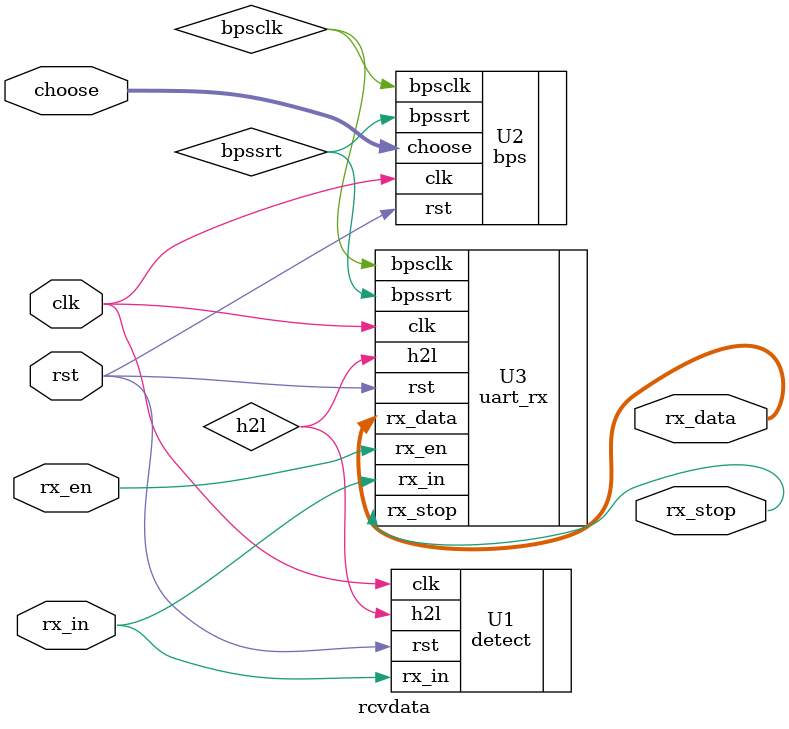
<source format=v>
module rcvdata(clk,rst,rx_in,rx_en,rx_stop,rx_data,choose);
	input clk,rst;
	input rx_in,rx_en;
	input[1:0] choose;
	output[7:0] rx_data;
	output rx_stop;
	wire h2l;	//from U1 to U3
	wire bpsclk;	//from U2 to U3
	wire bpssrt;	//from U3 to U2
	
	detect U1(.clk(clk),.rst(rst),.rx_in(rx_in),.h2l(h2l));
	bps U2(.clk(clk),.rst(rst),.bpssrt(bpssrt),.bpsclk(bpsclk),.choose(choose));
	uart_rx U3(.clk(clk),.rst(rst),.h2l(h2l),.rx_in(rx_in),.bpsclk(bpsclk),.rx_en(rx_en),.bpssrt(bpssrt),.rx_data(rx_data),.rx_stop(rx_stop));
endmodule
</source>
